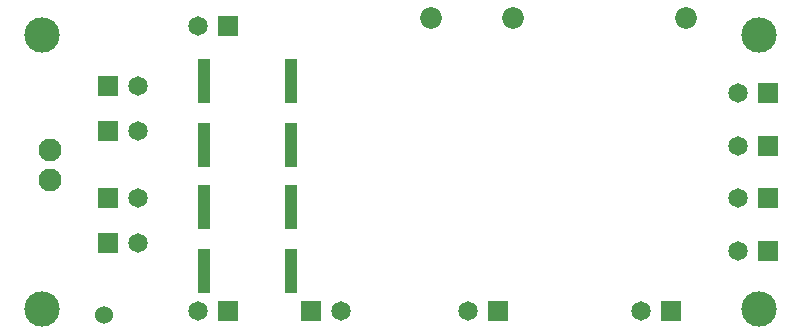
<source format=gbs>
G04 Layer_Color=16711935*
%FSLAX24Y24*%
%MOIN*%
G70*
G01*
G75*
%ADD31C,0.0600*%
%ADD52C,0.0651*%
%ADD53R,0.0651X0.0651*%
%ADD54C,0.0721*%
%ADD55C,0.0060*%
%ADD56C,0.0769*%
%ADD57C,0.1175*%
%ADD58R,0.0418X0.1493*%
D31*
X17100Y13100D02*
D03*
D52*
X18250Y17000D02*
D03*
Y19250D02*
D03*
X25000Y13250D02*
D03*
X20250Y22750D02*
D03*
X38250Y17000D02*
D03*
X20250Y13250D02*
D03*
X38250Y15250D02*
D03*
X18250Y15500D02*
D03*
X38250Y18750D02*
D03*
Y20500D02*
D03*
X29250Y13250D02*
D03*
X35000D02*
D03*
X18250Y20750D02*
D03*
D53*
X17250Y17000D02*
D03*
Y19250D02*
D03*
X24000Y13250D02*
D03*
X21250Y22750D02*
D03*
X39250Y17000D02*
D03*
X21250Y13250D02*
D03*
X39250Y15250D02*
D03*
X17250Y15500D02*
D03*
X39250Y18750D02*
D03*
Y20500D02*
D03*
X30250Y13250D02*
D03*
X36000D02*
D03*
X17250Y20750D02*
D03*
D54*
X28000Y23000D02*
D03*
X36500D02*
D03*
X30750D02*
D03*
D55*
X14300Y17600D02*
D03*
Y18600D02*
D03*
D56*
X15300Y17600D02*
D03*
Y18600D02*
D03*
D57*
X15050Y13300D02*
D03*
X38950Y22450D02*
D03*
X15050D02*
D03*
X38950Y13300D02*
D03*
D58*
X23350Y14587D02*
D03*
Y16713D02*
D03*
X20450Y14587D02*
D03*
Y16713D02*
D03*
X23350Y20913D02*
D03*
Y18787D02*
D03*
X20450Y20913D02*
D03*
Y18787D02*
D03*
M02*

</source>
